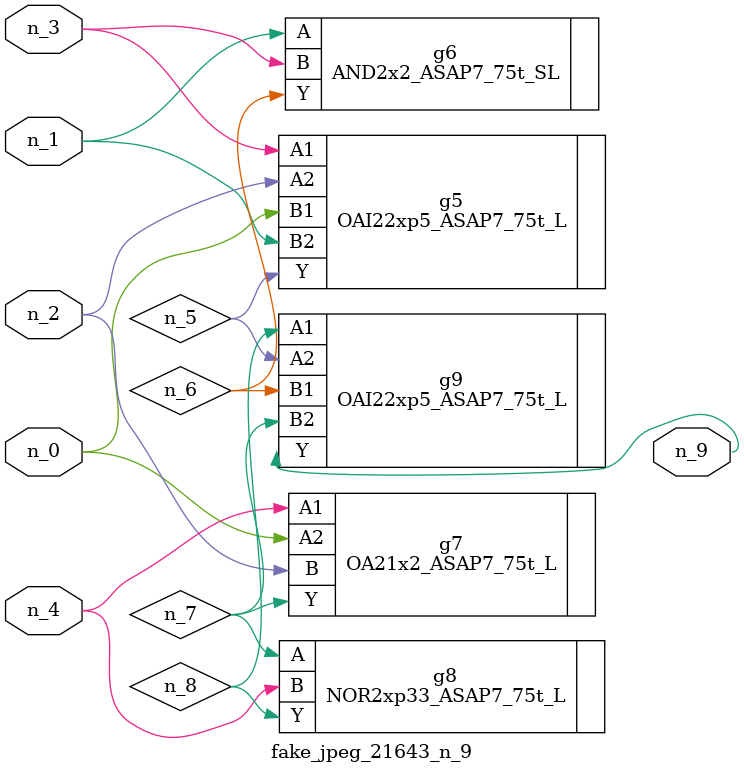
<source format=v>
module fake_jpeg_21643_n_9 (n_3, n_2, n_1, n_0, n_4, n_9);

input n_3;
input n_2;
input n_1;
input n_0;
input n_4;

output n_9;

wire n_8;
wire n_6;
wire n_5;
wire n_7;

OAI22xp5_ASAP7_75t_L g5 ( 
.A1(n_3),
.A2(n_2),
.B1(n_0),
.B2(n_1),
.Y(n_5)
);

AND2x2_ASAP7_75t_SL g6 ( 
.A(n_1),
.B(n_3),
.Y(n_6)
);

OA21x2_ASAP7_75t_L g7 ( 
.A1(n_4),
.A2(n_0),
.B(n_2),
.Y(n_7)
);

NOR2xp33_ASAP7_75t_L g8 ( 
.A(n_7),
.B(n_4),
.Y(n_8)
);

OAI22xp5_ASAP7_75t_L g9 ( 
.A1(n_8),
.A2(n_5),
.B1(n_6),
.B2(n_7),
.Y(n_9)
);


endmodule
</source>
